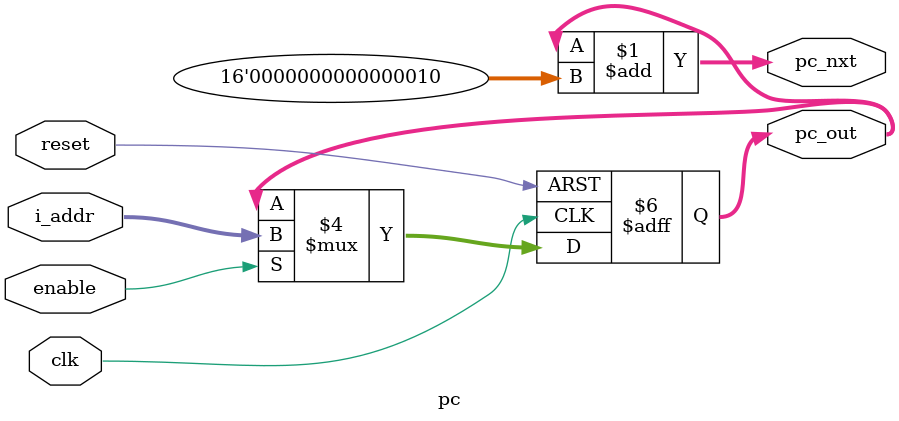
<source format=sv>
module pc (
    input clk,
    input reset,
    input enable,//should update pc or not
    // input incr,
	input [15:0] i_addr,
    output logic [15:0] pc_out,
    output [15:0] pc_nxt
);

assign pc_nxt = pc_out + 16'd2;
always_ff @(posedge clk or posedge reset) begin
    if(reset)
        pc_out <= 16'b0;
    else if(enable) begin
        pc_out <= i_addr;
    end
    else begin
        pc_out <= pc_out;
    end
end

endmodule
</source>
